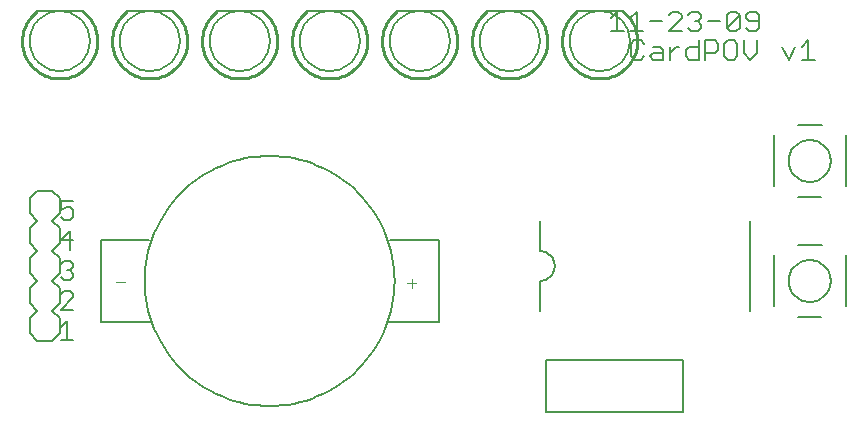
<source format=gto>
G75*
G70*
%OFA0B0*%
%FSLAX24Y24*%
%IPPOS*%
%LPD*%
%AMOC8*
5,1,8,0,0,1.08239X$1,22.5*
%
%ADD10C,0.0060*%
%ADD11C,0.0080*%
%ADD12C,0.0050*%
%ADD13C,0.0100*%
%ADD14C,0.0040*%
D10*
X002024Y003131D02*
X002451Y003131D01*
X002237Y003131D02*
X002237Y003771D01*
X002024Y003558D01*
X002024Y004131D02*
X002451Y004558D01*
X002451Y004665D01*
X002344Y004771D01*
X002131Y004771D01*
X002024Y004665D01*
X002131Y005131D02*
X002024Y005238D01*
X002131Y005131D02*
X002344Y005131D01*
X002451Y005238D01*
X002451Y005344D01*
X002344Y005451D01*
X002237Y005451D01*
X002344Y005451D02*
X002451Y005558D01*
X002451Y005665D01*
X002344Y005771D01*
X002131Y005771D01*
X002024Y005665D01*
X002344Y006131D02*
X002344Y006771D01*
X002024Y006451D01*
X002451Y006451D01*
X002344Y007131D02*
X002131Y007131D01*
X002024Y007238D01*
X002024Y007451D02*
X002237Y007558D01*
X002344Y007558D01*
X002451Y007451D01*
X002451Y007238D01*
X002344Y007131D01*
X002024Y007451D02*
X002024Y007771D01*
X002451Y007771D01*
X002451Y004131D02*
X002024Y004131D01*
X000994Y013101D02*
X000996Y013164D01*
X001002Y013226D01*
X001012Y013288D01*
X001025Y013350D01*
X001043Y013410D01*
X001064Y013469D01*
X001089Y013527D01*
X001118Y013583D01*
X001150Y013637D01*
X001185Y013689D01*
X001223Y013738D01*
X001265Y013786D01*
X001309Y013830D01*
X001357Y013872D01*
X001406Y013910D01*
X001458Y013945D01*
X001512Y013977D01*
X001568Y014006D01*
X001626Y014031D01*
X001685Y014052D01*
X001745Y014070D01*
X001807Y014083D01*
X001869Y014093D01*
X001931Y014099D01*
X001994Y014101D01*
X002057Y014099D01*
X002119Y014093D01*
X002181Y014083D01*
X002243Y014070D01*
X002303Y014052D01*
X002362Y014031D01*
X002420Y014006D01*
X002476Y013977D01*
X002530Y013945D01*
X002582Y013910D01*
X002631Y013872D01*
X002679Y013830D01*
X002723Y013786D01*
X002765Y013738D01*
X002803Y013689D01*
X002838Y013637D01*
X002870Y013583D01*
X002899Y013527D01*
X002924Y013469D01*
X002945Y013410D01*
X002963Y013350D01*
X002976Y013288D01*
X002986Y013226D01*
X002992Y013164D01*
X002994Y013101D01*
X002992Y013038D01*
X002986Y012976D01*
X002976Y012914D01*
X002963Y012852D01*
X002945Y012792D01*
X002924Y012733D01*
X002899Y012675D01*
X002870Y012619D01*
X002838Y012565D01*
X002803Y012513D01*
X002765Y012464D01*
X002723Y012416D01*
X002679Y012372D01*
X002631Y012330D01*
X002582Y012292D01*
X002530Y012257D01*
X002476Y012225D01*
X002420Y012196D01*
X002362Y012171D01*
X002303Y012150D01*
X002243Y012132D01*
X002181Y012119D01*
X002119Y012109D01*
X002057Y012103D01*
X001994Y012101D01*
X001931Y012103D01*
X001869Y012109D01*
X001807Y012119D01*
X001745Y012132D01*
X001685Y012150D01*
X001626Y012171D01*
X001568Y012196D01*
X001512Y012225D01*
X001458Y012257D01*
X001406Y012292D01*
X001357Y012330D01*
X001309Y012372D01*
X001265Y012416D01*
X001223Y012464D01*
X001185Y012513D01*
X001150Y012565D01*
X001118Y012619D01*
X001089Y012675D01*
X001064Y012733D01*
X001043Y012792D01*
X001025Y012852D01*
X001012Y012914D01*
X001002Y012976D01*
X000996Y013038D01*
X000994Y013101D01*
X003994Y013101D02*
X003996Y013164D01*
X004002Y013226D01*
X004012Y013288D01*
X004025Y013350D01*
X004043Y013410D01*
X004064Y013469D01*
X004089Y013527D01*
X004118Y013583D01*
X004150Y013637D01*
X004185Y013689D01*
X004223Y013738D01*
X004265Y013786D01*
X004309Y013830D01*
X004357Y013872D01*
X004406Y013910D01*
X004458Y013945D01*
X004512Y013977D01*
X004568Y014006D01*
X004626Y014031D01*
X004685Y014052D01*
X004745Y014070D01*
X004807Y014083D01*
X004869Y014093D01*
X004931Y014099D01*
X004994Y014101D01*
X005057Y014099D01*
X005119Y014093D01*
X005181Y014083D01*
X005243Y014070D01*
X005303Y014052D01*
X005362Y014031D01*
X005420Y014006D01*
X005476Y013977D01*
X005530Y013945D01*
X005582Y013910D01*
X005631Y013872D01*
X005679Y013830D01*
X005723Y013786D01*
X005765Y013738D01*
X005803Y013689D01*
X005838Y013637D01*
X005870Y013583D01*
X005899Y013527D01*
X005924Y013469D01*
X005945Y013410D01*
X005963Y013350D01*
X005976Y013288D01*
X005986Y013226D01*
X005992Y013164D01*
X005994Y013101D01*
X005992Y013038D01*
X005986Y012976D01*
X005976Y012914D01*
X005963Y012852D01*
X005945Y012792D01*
X005924Y012733D01*
X005899Y012675D01*
X005870Y012619D01*
X005838Y012565D01*
X005803Y012513D01*
X005765Y012464D01*
X005723Y012416D01*
X005679Y012372D01*
X005631Y012330D01*
X005582Y012292D01*
X005530Y012257D01*
X005476Y012225D01*
X005420Y012196D01*
X005362Y012171D01*
X005303Y012150D01*
X005243Y012132D01*
X005181Y012119D01*
X005119Y012109D01*
X005057Y012103D01*
X004994Y012101D01*
X004931Y012103D01*
X004869Y012109D01*
X004807Y012119D01*
X004745Y012132D01*
X004685Y012150D01*
X004626Y012171D01*
X004568Y012196D01*
X004512Y012225D01*
X004458Y012257D01*
X004406Y012292D01*
X004357Y012330D01*
X004309Y012372D01*
X004265Y012416D01*
X004223Y012464D01*
X004185Y012513D01*
X004150Y012565D01*
X004118Y012619D01*
X004089Y012675D01*
X004064Y012733D01*
X004043Y012792D01*
X004025Y012852D01*
X004012Y012914D01*
X004002Y012976D01*
X003996Y013038D01*
X003994Y013101D01*
X006994Y013101D02*
X006996Y013164D01*
X007002Y013226D01*
X007012Y013288D01*
X007025Y013350D01*
X007043Y013410D01*
X007064Y013469D01*
X007089Y013527D01*
X007118Y013583D01*
X007150Y013637D01*
X007185Y013689D01*
X007223Y013738D01*
X007265Y013786D01*
X007309Y013830D01*
X007357Y013872D01*
X007406Y013910D01*
X007458Y013945D01*
X007512Y013977D01*
X007568Y014006D01*
X007626Y014031D01*
X007685Y014052D01*
X007745Y014070D01*
X007807Y014083D01*
X007869Y014093D01*
X007931Y014099D01*
X007994Y014101D01*
X008057Y014099D01*
X008119Y014093D01*
X008181Y014083D01*
X008243Y014070D01*
X008303Y014052D01*
X008362Y014031D01*
X008420Y014006D01*
X008476Y013977D01*
X008530Y013945D01*
X008582Y013910D01*
X008631Y013872D01*
X008679Y013830D01*
X008723Y013786D01*
X008765Y013738D01*
X008803Y013689D01*
X008838Y013637D01*
X008870Y013583D01*
X008899Y013527D01*
X008924Y013469D01*
X008945Y013410D01*
X008963Y013350D01*
X008976Y013288D01*
X008986Y013226D01*
X008992Y013164D01*
X008994Y013101D01*
X008992Y013038D01*
X008986Y012976D01*
X008976Y012914D01*
X008963Y012852D01*
X008945Y012792D01*
X008924Y012733D01*
X008899Y012675D01*
X008870Y012619D01*
X008838Y012565D01*
X008803Y012513D01*
X008765Y012464D01*
X008723Y012416D01*
X008679Y012372D01*
X008631Y012330D01*
X008582Y012292D01*
X008530Y012257D01*
X008476Y012225D01*
X008420Y012196D01*
X008362Y012171D01*
X008303Y012150D01*
X008243Y012132D01*
X008181Y012119D01*
X008119Y012109D01*
X008057Y012103D01*
X007994Y012101D01*
X007931Y012103D01*
X007869Y012109D01*
X007807Y012119D01*
X007745Y012132D01*
X007685Y012150D01*
X007626Y012171D01*
X007568Y012196D01*
X007512Y012225D01*
X007458Y012257D01*
X007406Y012292D01*
X007357Y012330D01*
X007309Y012372D01*
X007265Y012416D01*
X007223Y012464D01*
X007185Y012513D01*
X007150Y012565D01*
X007118Y012619D01*
X007089Y012675D01*
X007064Y012733D01*
X007043Y012792D01*
X007025Y012852D01*
X007012Y012914D01*
X007002Y012976D01*
X006996Y013038D01*
X006994Y013101D01*
X009994Y013101D02*
X009996Y013164D01*
X010002Y013226D01*
X010012Y013288D01*
X010025Y013350D01*
X010043Y013410D01*
X010064Y013469D01*
X010089Y013527D01*
X010118Y013583D01*
X010150Y013637D01*
X010185Y013689D01*
X010223Y013738D01*
X010265Y013786D01*
X010309Y013830D01*
X010357Y013872D01*
X010406Y013910D01*
X010458Y013945D01*
X010512Y013977D01*
X010568Y014006D01*
X010626Y014031D01*
X010685Y014052D01*
X010745Y014070D01*
X010807Y014083D01*
X010869Y014093D01*
X010931Y014099D01*
X010994Y014101D01*
X011057Y014099D01*
X011119Y014093D01*
X011181Y014083D01*
X011243Y014070D01*
X011303Y014052D01*
X011362Y014031D01*
X011420Y014006D01*
X011476Y013977D01*
X011530Y013945D01*
X011582Y013910D01*
X011631Y013872D01*
X011679Y013830D01*
X011723Y013786D01*
X011765Y013738D01*
X011803Y013689D01*
X011838Y013637D01*
X011870Y013583D01*
X011899Y013527D01*
X011924Y013469D01*
X011945Y013410D01*
X011963Y013350D01*
X011976Y013288D01*
X011986Y013226D01*
X011992Y013164D01*
X011994Y013101D01*
X011992Y013038D01*
X011986Y012976D01*
X011976Y012914D01*
X011963Y012852D01*
X011945Y012792D01*
X011924Y012733D01*
X011899Y012675D01*
X011870Y012619D01*
X011838Y012565D01*
X011803Y012513D01*
X011765Y012464D01*
X011723Y012416D01*
X011679Y012372D01*
X011631Y012330D01*
X011582Y012292D01*
X011530Y012257D01*
X011476Y012225D01*
X011420Y012196D01*
X011362Y012171D01*
X011303Y012150D01*
X011243Y012132D01*
X011181Y012119D01*
X011119Y012109D01*
X011057Y012103D01*
X010994Y012101D01*
X010931Y012103D01*
X010869Y012109D01*
X010807Y012119D01*
X010745Y012132D01*
X010685Y012150D01*
X010626Y012171D01*
X010568Y012196D01*
X010512Y012225D01*
X010458Y012257D01*
X010406Y012292D01*
X010357Y012330D01*
X010309Y012372D01*
X010265Y012416D01*
X010223Y012464D01*
X010185Y012513D01*
X010150Y012565D01*
X010118Y012619D01*
X010089Y012675D01*
X010064Y012733D01*
X010043Y012792D01*
X010025Y012852D01*
X010012Y012914D01*
X010002Y012976D01*
X009996Y013038D01*
X009994Y013101D01*
X012994Y013101D02*
X012996Y013164D01*
X013002Y013226D01*
X013012Y013288D01*
X013025Y013350D01*
X013043Y013410D01*
X013064Y013469D01*
X013089Y013527D01*
X013118Y013583D01*
X013150Y013637D01*
X013185Y013689D01*
X013223Y013738D01*
X013265Y013786D01*
X013309Y013830D01*
X013357Y013872D01*
X013406Y013910D01*
X013458Y013945D01*
X013512Y013977D01*
X013568Y014006D01*
X013626Y014031D01*
X013685Y014052D01*
X013745Y014070D01*
X013807Y014083D01*
X013869Y014093D01*
X013931Y014099D01*
X013994Y014101D01*
X014057Y014099D01*
X014119Y014093D01*
X014181Y014083D01*
X014243Y014070D01*
X014303Y014052D01*
X014362Y014031D01*
X014420Y014006D01*
X014476Y013977D01*
X014530Y013945D01*
X014582Y013910D01*
X014631Y013872D01*
X014679Y013830D01*
X014723Y013786D01*
X014765Y013738D01*
X014803Y013689D01*
X014838Y013637D01*
X014870Y013583D01*
X014899Y013527D01*
X014924Y013469D01*
X014945Y013410D01*
X014963Y013350D01*
X014976Y013288D01*
X014986Y013226D01*
X014992Y013164D01*
X014994Y013101D01*
X014992Y013038D01*
X014986Y012976D01*
X014976Y012914D01*
X014963Y012852D01*
X014945Y012792D01*
X014924Y012733D01*
X014899Y012675D01*
X014870Y012619D01*
X014838Y012565D01*
X014803Y012513D01*
X014765Y012464D01*
X014723Y012416D01*
X014679Y012372D01*
X014631Y012330D01*
X014582Y012292D01*
X014530Y012257D01*
X014476Y012225D01*
X014420Y012196D01*
X014362Y012171D01*
X014303Y012150D01*
X014243Y012132D01*
X014181Y012119D01*
X014119Y012109D01*
X014057Y012103D01*
X013994Y012101D01*
X013931Y012103D01*
X013869Y012109D01*
X013807Y012119D01*
X013745Y012132D01*
X013685Y012150D01*
X013626Y012171D01*
X013568Y012196D01*
X013512Y012225D01*
X013458Y012257D01*
X013406Y012292D01*
X013357Y012330D01*
X013309Y012372D01*
X013265Y012416D01*
X013223Y012464D01*
X013185Y012513D01*
X013150Y012565D01*
X013118Y012619D01*
X013089Y012675D01*
X013064Y012733D01*
X013043Y012792D01*
X013025Y012852D01*
X013012Y012914D01*
X013002Y012976D01*
X012996Y013038D01*
X012994Y013101D01*
X015994Y013101D02*
X015996Y013164D01*
X016002Y013226D01*
X016012Y013288D01*
X016025Y013350D01*
X016043Y013410D01*
X016064Y013469D01*
X016089Y013527D01*
X016118Y013583D01*
X016150Y013637D01*
X016185Y013689D01*
X016223Y013738D01*
X016265Y013786D01*
X016309Y013830D01*
X016357Y013872D01*
X016406Y013910D01*
X016458Y013945D01*
X016512Y013977D01*
X016568Y014006D01*
X016626Y014031D01*
X016685Y014052D01*
X016745Y014070D01*
X016807Y014083D01*
X016869Y014093D01*
X016931Y014099D01*
X016994Y014101D01*
X017057Y014099D01*
X017119Y014093D01*
X017181Y014083D01*
X017243Y014070D01*
X017303Y014052D01*
X017362Y014031D01*
X017420Y014006D01*
X017476Y013977D01*
X017530Y013945D01*
X017582Y013910D01*
X017631Y013872D01*
X017679Y013830D01*
X017723Y013786D01*
X017765Y013738D01*
X017803Y013689D01*
X017838Y013637D01*
X017870Y013583D01*
X017899Y013527D01*
X017924Y013469D01*
X017945Y013410D01*
X017963Y013350D01*
X017976Y013288D01*
X017986Y013226D01*
X017992Y013164D01*
X017994Y013101D01*
X017992Y013038D01*
X017986Y012976D01*
X017976Y012914D01*
X017963Y012852D01*
X017945Y012792D01*
X017924Y012733D01*
X017899Y012675D01*
X017870Y012619D01*
X017838Y012565D01*
X017803Y012513D01*
X017765Y012464D01*
X017723Y012416D01*
X017679Y012372D01*
X017631Y012330D01*
X017582Y012292D01*
X017530Y012257D01*
X017476Y012225D01*
X017420Y012196D01*
X017362Y012171D01*
X017303Y012150D01*
X017243Y012132D01*
X017181Y012119D01*
X017119Y012109D01*
X017057Y012103D01*
X016994Y012101D01*
X016931Y012103D01*
X016869Y012109D01*
X016807Y012119D01*
X016745Y012132D01*
X016685Y012150D01*
X016626Y012171D01*
X016568Y012196D01*
X016512Y012225D01*
X016458Y012257D01*
X016406Y012292D01*
X016357Y012330D01*
X016309Y012372D01*
X016265Y012416D01*
X016223Y012464D01*
X016185Y012513D01*
X016150Y012565D01*
X016118Y012619D01*
X016089Y012675D01*
X016064Y012733D01*
X016043Y012792D01*
X016025Y012852D01*
X016012Y012914D01*
X016002Y012976D01*
X015996Y013038D01*
X015994Y013101D01*
X018994Y013101D02*
X018996Y013164D01*
X019002Y013226D01*
X019012Y013288D01*
X019025Y013350D01*
X019043Y013410D01*
X019064Y013469D01*
X019089Y013527D01*
X019118Y013583D01*
X019150Y013637D01*
X019185Y013689D01*
X019223Y013738D01*
X019265Y013786D01*
X019309Y013830D01*
X019357Y013872D01*
X019406Y013910D01*
X019458Y013945D01*
X019512Y013977D01*
X019568Y014006D01*
X019626Y014031D01*
X019685Y014052D01*
X019745Y014070D01*
X019807Y014083D01*
X019869Y014093D01*
X019931Y014099D01*
X019994Y014101D01*
X020057Y014099D01*
X020119Y014093D01*
X020181Y014083D01*
X020243Y014070D01*
X020303Y014052D01*
X020362Y014031D01*
X020420Y014006D01*
X020476Y013977D01*
X020530Y013945D01*
X020582Y013910D01*
X020631Y013872D01*
X020679Y013830D01*
X020723Y013786D01*
X020765Y013738D01*
X020803Y013689D01*
X020838Y013637D01*
X020870Y013583D01*
X020899Y013527D01*
X020924Y013469D01*
X020945Y013410D01*
X020963Y013350D01*
X020976Y013288D01*
X020986Y013226D01*
X020992Y013164D01*
X020994Y013101D01*
X020992Y013038D01*
X020986Y012976D01*
X020976Y012914D01*
X020963Y012852D01*
X020945Y012792D01*
X020924Y012733D01*
X020899Y012675D01*
X020870Y012619D01*
X020838Y012565D01*
X020803Y012513D01*
X020765Y012464D01*
X020723Y012416D01*
X020679Y012372D01*
X020631Y012330D01*
X020582Y012292D01*
X020530Y012257D01*
X020476Y012225D01*
X020420Y012196D01*
X020362Y012171D01*
X020303Y012150D01*
X020243Y012132D01*
X020181Y012119D01*
X020119Y012109D01*
X020057Y012103D01*
X019994Y012101D01*
X019931Y012103D01*
X019869Y012109D01*
X019807Y012119D01*
X019745Y012132D01*
X019685Y012150D01*
X019626Y012171D01*
X019568Y012196D01*
X019512Y012225D01*
X019458Y012257D01*
X019406Y012292D01*
X019357Y012330D01*
X019309Y012372D01*
X019265Y012416D01*
X019223Y012464D01*
X019185Y012513D01*
X019150Y012565D01*
X019118Y012619D01*
X019089Y012675D01*
X019064Y012733D01*
X019043Y012792D01*
X019025Y012852D01*
X019012Y012914D01*
X019002Y012976D01*
X018996Y013038D01*
X018994Y013101D01*
X020367Y013431D02*
X020794Y013431D01*
X020581Y013431D02*
X020581Y014071D01*
X020367Y013858D01*
X021012Y013858D02*
X021226Y014071D01*
X021226Y013431D01*
X021439Y013431D02*
X021012Y013431D01*
X021143Y013121D02*
X021036Y013015D01*
X021036Y012588D01*
X021143Y012481D01*
X021356Y012481D01*
X021463Y012588D01*
X021680Y012588D02*
X021787Y012694D01*
X022107Y012694D01*
X022107Y012801D02*
X022001Y012908D01*
X021787Y012908D01*
X021463Y013015D02*
X021356Y013121D01*
X021143Y013121D01*
X021680Y012588D02*
X021787Y012481D01*
X022107Y012481D01*
X022107Y012801D01*
X022325Y012694D02*
X022538Y012908D01*
X022645Y012908D01*
X022862Y012801D02*
X022969Y012908D01*
X023289Y012908D01*
X023289Y013121D02*
X023289Y012481D01*
X022969Y012481D01*
X022862Y012588D01*
X022862Y012801D01*
X022325Y012908D02*
X022325Y012481D01*
X023506Y012481D02*
X023506Y013121D01*
X023827Y013121D01*
X023933Y013015D01*
X023933Y012801D01*
X023827Y012694D01*
X023506Y012694D01*
X024151Y012588D02*
X024151Y013015D01*
X024258Y013121D01*
X024471Y013121D01*
X024578Y013015D01*
X024578Y012588D01*
X024471Y012481D01*
X024258Y012481D01*
X024151Y012588D01*
X024796Y012694D02*
X024796Y013121D01*
X025223Y013121D02*
X025223Y012694D01*
X025009Y012481D01*
X024796Y012694D01*
X024986Y013431D02*
X025199Y013431D01*
X025306Y013538D01*
X025306Y013965D01*
X025199Y014071D01*
X024986Y014071D01*
X024879Y013965D01*
X024879Y013858D01*
X024986Y013751D01*
X025306Y013751D01*
X024986Y013431D02*
X024879Y013538D01*
X024662Y013538D02*
X024555Y013431D01*
X024341Y013431D01*
X024235Y013538D01*
X024662Y013965D01*
X024662Y013538D01*
X024235Y013538D02*
X024235Y013965D01*
X024341Y014071D01*
X024555Y014071D01*
X024662Y013965D01*
X024017Y013751D02*
X023590Y013751D01*
X023373Y013644D02*
X023373Y013538D01*
X023266Y013431D01*
X023052Y013431D01*
X022946Y013538D01*
X022728Y013431D02*
X022301Y013431D01*
X022728Y013858D01*
X022728Y013965D01*
X022621Y014071D01*
X022408Y014071D01*
X022301Y013965D01*
X022084Y013751D02*
X021657Y013751D01*
X022946Y013965D02*
X023052Y014071D01*
X023266Y014071D01*
X023373Y013965D01*
X023373Y013858D01*
X023266Y013751D01*
X023373Y013644D01*
X023266Y013751D02*
X023159Y013751D01*
X026085Y012908D02*
X026298Y012481D01*
X026512Y012908D01*
X026729Y012908D02*
X026943Y013121D01*
X026943Y012481D01*
X027156Y012481D02*
X026729Y012481D01*
D11*
X001244Y003101D02*
X000994Y003351D01*
X000994Y003851D01*
X001244Y004101D01*
X000994Y004351D01*
X000994Y004851D01*
X001244Y005101D01*
X000994Y005351D01*
X000994Y005851D01*
X001244Y006101D01*
X000994Y006351D01*
X000994Y006851D01*
X001244Y007101D01*
X000994Y007351D01*
X000994Y007851D01*
X001244Y008101D01*
X001744Y008101D01*
X001994Y007851D01*
X001994Y007351D01*
X001744Y007101D01*
X001994Y006851D01*
X001994Y006351D01*
X001744Y006101D01*
X001994Y005851D01*
X001994Y005351D01*
X001744Y005101D01*
X001994Y004851D01*
X001994Y004351D01*
X001744Y004101D01*
X001994Y003851D01*
X001994Y003351D01*
X001744Y003101D01*
X001244Y003101D01*
X018204Y002457D02*
X018204Y000744D01*
X022783Y000744D01*
X022783Y002457D01*
X018204Y002457D01*
X025794Y004251D02*
X025794Y005951D01*
X026594Y006301D02*
X027399Y006301D01*
X028194Y005951D02*
X028194Y004251D01*
X027387Y003901D02*
X026594Y003901D01*
X026294Y005101D02*
X026296Y005153D01*
X026302Y005205D01*
X026312Y005257D01*
X026325Y005307D01*
X026342Y005357D01*
X026363Y005405D01*
X026388Y005451D01*
X026416Y005495D01*
X026447Y005537D01*
X026481Y005577D01*
X026518Y005614D01*
X026558Y005648D01*
X026600Y005679D01*
X026644Y005707D01*
X026690Y005732D01*
X026738Y005753D01*
X026788Y005770D01*
X026838Y005783D01*
X026890Y005793D01*
X026942Y005799D01*
X026994Y005801D01*
X027046Y005799D01*
X027098Y005793D01*
X027150Y005783D01*
X027200Y005770D01*
X027250Y005753D01*
X027298Y005732D01*
X027344Y005707D01*
X027388Y005679D01*
X027430Y005648D01*
X027470Y005614D01*
X027507Y005577D01*
X027541Y005537D01*
X027572Y005495D01*
X027600Y005451D01*
X027625Y005405D01*
X027646Y005357D01*
X027663Y005307D01*
X027676Y005257D01*
X027686Y005205D01*
X027692Y005153D01*
X027694Y005101D01*
X027692Y005049D01*
X027686Y004997D01*
X027676Y004945D01*
X027663Y004895D01*
X027646Y004845D01*
X027625Y004797D01*
X027600Y004751D01*
X027572Y004707D01*
X027541Y004665D01*
X027507Y004625D01*
X027470Y004588D01*
X027430Y004554D01*
X027388Y004523D01*
X027344Y004495D01*
X027298Y004470D01*
X027250Y004449D01*
X027200Y004432D01*
X027150Y004419D01*
X027098Y004409D01*
X027046Y004403D01*
X026994Y004401D01*
X026942Y004403D01*
X026890Y004409D01*
X026838Y004419D01*
X026788Y004432D01*
X026738Y004449D01*
X026690Y004470D01*
X026644Y004495D01*
X026600Y004523D01*
X026558Y004554D01*
X026518Y004588D01*
X026481Y004625D01*
X026447Y004665D01*
X026416Y004707D01*
X026388Y004751D01*
X026363Y004797D01*
X026342Y004845D01*
X026325Y004895D01*
X026312Y004945D01*
X026302Y004997D01*
X026296Y005049D01*
X026294Y005101D01*
X026594Y007901D02*
X027387Y007901D01*
X028194Y008251D02*
X028194Y009951D01*
X027399Y010301D02*
X026594Y010301D01*
X025794Y009951D02*
X025794Y008251D01*
X026294Y009101D02*
X026296Y009153D01*
X026302Y009205D01*
X026312Y009257D01*
X026325Y009307D01*
X026342Y009357D01*
X026363Y009405D01*
X026388Y009451D01*
X026416Y009495D01*
X026447Y009537D01*
X026481Y009577D01*
X026518Y009614D01*
X026558Y009648D01*
X026600Y009679D01*
X026644Y009707D01*
X026690Y009732D01*
X026738Y009753D01*
X026788Y009770D01*
X026838Y009783D01*
X026890Y009793D01*
X026942Y009799D01*
X026994Y009801D01*
X027046Y009799D01*
X027098Y009793D01*
X027150Y009783D01*
X027200Y009770D01*
X027250Y009753D01*
X027298Y009732D01*
X027344Y009707D01*
X027388Y009679D01*
X027430Y009648D01*
X027470Y009614D01*
X027507Y009577D01*
X027541Y009537D01*
X027572Y009495D01*
X027600Y009451D01*
X027625Y009405D01*
X027646Y009357D01*
X027663Y009307D01*
X027676Y009257D01*
X027686Y009205D01*
X027692Y009153D01*
X027694Y009101D01*
X027692Y009049D01*
X027686Y008997D01*
X027676Y008945D01*
X027663Y008895D01*
X027646Y008845D01*
X027625Y008797D01*
X027600Y008751D01*
X027572Y008707D01*
X027541Y008665D01*
X027507Y008625D01*
X027470Y008588D01*
X027430Y008554D01*
X027388Y008523D01*
X027344Y008495D01*
X027298Y008470D01*
X027250Y008449D01*
X027200Y008432D01*
X027150Y008419D01*
X027098Y008409D01*
X027046Y008403D01*
X026994Y008401D01*
X026942Y008403D01*
X026890Y008409D01*
X026838Y008419D01*
X026788Y008432D01*
X026738Y008449D01*
X026690Y008470D01*
X026644Y008495D01*
X026600Y008523D01*
X026558Y008554D01*
X026518Y008588D01*
X026481Y008625D01*
X026447Y008665D01*
X026416Y008707D01*
X026388Y008751D01*
X026363Y008797D01*
X026342Y008845D01*
X026325Y008895D01*
X026312Y008945D01*
X026302Y008997D01*
X026296Y009049D01*
X026294Y009101D01*
X020744Y014101D02*
X019244Y014101D01*
X017744Y014101D02*
X016244Y014101D01*
X014744Y014101D02*
X013244Y014101D01*
X011744Y014101D02*
X010244Y014101D01*
X008744Y014101D02*
X007244Y014101D01*
X005744Y014101D02*
X004244Y014101D01*
X002744Y014101D02*
X001244Y014101D01*
D12*
X003364Y006479D02*
X003364Y003723D01*
X005057Y003723D01*
X004830Y005101D02*
X004835Y005305D01*
X004850Y005509D01*
X004875Y005712D01*
X004910Y005913D01*
X004955Y006113D01*
X005009Y006310D01*
X005073Y006504D01*
X005147Y006694D01*
X005230Y006881D01*
X005322Y007064D01*
X005422Y007242D01*
X005532Y007414D01*
X005649Y007581D01*
X005775Y007743D01*
X005909Y007897D01*
X006050Y008045D01*
X006198Y008186D01*
X006352Y008320D01*
X006514Y008446D01*
X006681Y008563D01*
X006853Y008673D01*
X007031Y008773D01*
X007214Y008865D01*
X007401Y008948D01*
X007591Y009022D01*
X007785Y009086D01*
X007982Y009140D01*
X008182Y009185D01*
X008383Y009220D01*
X008586Y009245D01*
X008790Y009260D01*
X008994Y009265D01*
X009198Y009260D01*
X009402Y009245D01*
X009605Y009220D01*
X009806Y009185D01*
X010006Y009140D01*
X010203Y009086D01*
X010397Y009022D01*
X010587Y008948D01*
X010774Y008865D01*
X010957Y008773D01*
X011135Y008673D01*
X011307Y008563D01*
X011474Y008446D01*
X011636Y008320D01*
X011790Y008186D01*
X011938Y008045D01*
X012079Y007897D01*
X012213Y007743D01*
X012339Y007581D01*
X012456Y007414D01*
X012566Y007242D01*
X012666Y007064D01*
X012758Y006881D01*
X012841Y006694D01*
X012915Y006504D01*
X012979Y006310D01*
X013033Y006113D01*
X013078Y005913D01*
X013113Y005712D01*
X013138Y005509D01*
X013153Y005305D01*
X013158Y005101D01*
X013153Y004897D01*
X013138Y004693D01*
X013113Y004490D01*
X013078Y004289D01*
X013033Y004089D01*
X012979Y003892D01*
X012915Y003698D01*
X012841Y003508D01*
X012758Y003321D01*
X012666Y003138D01*
X012566Y002960D01*
X012456Y002788D01*
X012339Y002621D01*
X012213Y002459D01*
X012079Y002305D01*
X011938Y002157D01*
X011790Y002016D01*
X011636Y001882D01*
X011474Y001756D01*
X011307Y001639D01*
X011135Y001529D01*
X010957Y001429D01*
X010774Y001337D01*
X010587Y001254D01*
X010397Y001180D01*
X010203Y001116D01*
X010006Y001062D01*
X009806Y001017D01*
X009605Y000982D01*
X009402Y000957D01*
X009198Y000942D01*
X008994Y000937D01*
X008790Y000942D01*
X008586Y000957D01*
X008383Y000982D01*
X008182Y001017D01*
X007982Y001062D01*
X007785Y001116D01*
X007591Y001180D01*
X007401Y001254D01*
X007214Y001337D01*
X007031Y001429D01*
X006853Y001529D01*
X006681Y001639D01*
X006514Y001756D01*
X006352Y001882D01*
X006198Y002016D01*
X006050Y002157D01*
X005909Y002305D01*
X005775Y002459D01*
X005649Y002621D01*
X005532Y002788D01*
X005422Y002960D01*
X005322Y003138D01*
X005230Y003321D01*
X005147Y003508D01*
X005073Y003698D01*
X005009Y003892D01*
X004955Y004089D01*
X004910Y004289D01*
X004875Y004490D01*
X004850Y004693D01*
X004835Y004897D01*
X004830Y005101D01*
X004978Y006479D02*
X003364Y006479D01*
X012931Y003723D02*
X014624Y003723D01*
X014624Y006479D01*
X013010Y006479D01*
X017994Y006101D02*
X017994Y007101D01*
X017994Y006101D02*
X018038Y006099D01*
X018081Y006093D01*
X018123Y006084D01*
X018165Y006071D01*
X018205Y006054D01*
X018244Y006034D01*
X018281Y006011D01*
X018315Y005984D01*
X018348Y005955D01*
X018377Y005922D01*
X018404Y005888D01*
X018427Y005851D01*
X018447Y005812D01*
X018464Y005772D01*
X018477Y005730D01*
X018486Y005688D01*
X018492Y005645D01*
X018494Y005601D01*
X018492Y005557D01*
X018486Y005514D01*
X018477Y005472D01*
X018464Y005430D01*
X018447Y005390D01*
X018427Y005351D01*
X018404Y005314D01*
X018377Y005280D01*
X018348Y005247D01*
X018315Y005218D01*
X018281Y005191D01*
X018244Y005168D01*
X018205Y005148D01*
X018165Y005131D01*
X018123Y005118D01*
X018081Y005109D01*
X018038Y005103D01*
X017994Y005101D01*
X017994Y004101D01*
X024994Y004101D02*
X024994Y007101D01*
D13*
X020744Y014101D02*
X020798Y014058D01*
X020850Y014012D01*
X020899Y013963D01*
X020946Y013911D01*
X020989Y013857D01*
X021030Y013801D01*
X021067Y013742D01*
X021101Y013682D01*
X021131Y013619D01*
X021158Y013556D01*
X021182Y013490D01*
X021202Y013424D01*
X021218Y013356D01*
X021230Y013288D01*
X021238Y013219D01*
X021243Y013150D01*
X021244Y013080D01*
X021241Y013011D01*
X021234Y012942D01*
X021223Y012874D01*
X021209Y012806D01*
X021190Y012739D01*
X021168Y012673D01*
X021143Y012608D01*
X021114Y012545D01*
X021081Y012484D01*
X021045Y012425D01*
X021006Y012368D01*
X020964Y012312D01*
X020919Y012260D01*
X020871Y012210D01*
X020820Y012163D01*
X020766Y012118D01*
X020711Y012077D01*
X020653Y012039D01*
X020593Y012004D01*
X020531Y011972D01*
X020468Y011944D01*
X020403Y011920D01*
X020337Y011899D01*
X020269Y011882D01*
X020201Y011868D01*
X020132Y011859D01*
X020063Y011853D01*
X019994Y011851D01*
X019925Y011853D01*
X019856Y011859D01*
X019787Y011868D01*
X019719Y011882D01*
X019651Y011899D01*
X019585Y011920D01*
X019520Y011944D01*
X019457Y011972D01*
X019395Y012004D01*
X019335Y012039D01*
X019277Y012077D01*
X019222Y012118D01*
X019168Y012163D01*
X019117Y012210D01*
X019069Y012260D01*
X019024Y012312D01*
X018982Y012368D01*
X018943Y012425D01*
X018907Y012484D01*
X018874Y012545D01*
X018845Y012608D01*
X018820Y012673D01*
X018798Y012739D01*
X018779Y012806D01*
X018765Y012874D01*
X018754Y012942D01*
X018747Y013011D01*
X018744Y013080D01*
X018745Y013150D01*
X018750Y013219D01*
X018758Y013288D01*
X018770Y013356D01*
X018786Y013424D01*
X018806Y013490D01*
X018830Y013556D01*
X018857Y013619D01*
X018887Y013682D01*
X018921Y013742D01*
X018958Y013801D01*
X018999Y013857D01*
X019042Y013911D01*
X019089Y013963D01*
X019138Y014012D01*
X019190Y014058D01*
X019244Y014101D01*
X017744Y014101D02*
X017798Y014058D01*
X017850Y014012D01*
X017899Y013963D01*
X017946Y013911D01*
X017989Y013857D01*
X018030Y013801D01*
X018067Y013742D01*
X018101Y013682D01*
X018131Y013619D01*
X018158Y013556D01*
X018182Y013490D01*
X018202Y013424D01*
X018218Y013356D01*
X018230Y013288D01*
X018238Y013219D01*
X018243Y013150D01*
X018244Y013080D01*
X018241Y013011D01*
X018234Y012942D01*
X018223Y012874D01*
X018209Y012806D01*
X018190Y012739D01*
X018168Y012673D01*
X018143Y012608D01*
X018114Y012545D01*
X018081Y012484D01*
X018045Y012425D01*
X018006Y012368D01*
X017964Y012312D01*
X017919Y012260D01*
X017871Y012210D01*
X017820Y012163D01*
X017766Y012118D01*
X017711Y012077D01*
X017653Y012039D01*
X017593Y012004D01*
X017531Y011972D01*
X017468Y011944D01*
X017403Y011920D01*
X017337Y011899D01*
X017269Y011882D01*
X017201Y011868D01*
X017132Y011859D01*
X017063Y011853D01*
X016994Y011851D01*
X016925Y011853D01*
X016856Y011859D01*
X016787Y011868D01*
X016719Y011882D01*
X016651Y011899D01*
X016585Y011920D01*
X016520Y011944D01*
X016457Y011972D01*
X016395Y012004D01*
X016335Y012039D01*
X016277Y012077D01*
X016222Y012118D01*
X016168Y012163D01*
X016117Y012210D01*
X016069Y012260D01*
X016024Y012312D01*
X015982Y012368D01*
X015943Y012425D01*
X015907Y012484D01*
X015874Y012545D01*
X015845Y012608D01*
X015820Y012673D01*
X015798Y012739D01*
X015779Y012806D01*
X015765Y012874D01*
X015754Y012942D01*
X015747Y013011D01*
X015744Y013080D01*
X015745Y013150D01*
X015750Y013219D01*
X015758Y013288D01*
X015770Y013356D01*
X015786Y013424D01*
X015806Y013490D01*
X015830Y013556D01*
X015857Y013619D01*
X015887Y013682D01*
X015921Y013742D01*
X015958Y013801D01*
X015999Y013857D01*
X016042Y013911D01*
X016089Y013963D01*
X016138Y014012D01*
X016190Y014058D01*
X016244Y014101D01*
X014744Y014101D02*
X014798Y014058D01*
X014850Y014012D01*
X014899Y013963D01*
X014946Y013911D01*
X014989Y013857D01*
X015030Y013801D01*
X015067Y013742D01*
X015101Y013682D01*
X015131Y013619D01*
X015158Y013556D01*
X015182Y013490D01*
X015202Y013424D01*
X015218Y013356D01*
X015230Y013288D01*
X015238Y013219D01*
X015243Y013150D01*
X015244Y013080D01*
X015241Y013011D01*
X015234Y012942D01*
X015223Y012874D01*
X015209Y012806D01*
X015190Y012739D01*
X015168Y012673D01*
X015143Y012608D01*
X015114Y012545D01*
X015081Y012484D01*
X015045Y012425D01*
X015006Y012368D01*
X014964Y012312D01*
X014919Y012260D01*
X014871Y012210D01*
X014820Y012163D01*
X014766Y012118D01*
X014711Y012077D01*
X014653Y012039D01*
X014593Y012004D01*
X014531Y011972D01*
X014468Y011944D01*
X014403Y011920D01*
X014337Y011899D01*
X014269Y011882D01*
X014201Y011868D01*
X014132Y011859D01*
X014063Y011853D01*
X013994Y011851D01*
X013925Y011853D01*
X013856Y011859D01*
X013787Y011868D01*
X013719Y011882D01*
X013651Y011899D01*
X013585Y011920D01*
X013520Y011944D01*
X013457Y011972D01*
X013395Y012004D01*
X013335Y012039D01*
X013277Y012077D01*
X013222Y012118D01*
X013168Y012163D01*
X013117Y012210D01*
X013069Y012260D01*
X013024Y012312D01*
X012982Y012368D01*
X012943Y012425D01*
X012907Y012484D01*
X012874Y012545D01*
X012845Y012608D01*
X012820Y012673D01*
X012798Y012739D01*
X012779Y012806D01*
X012765Y012874D01*
X012754Y012942D01*
X012747Y013011D01*
X012744Y013080D01*
X012745Y013150D01*
X012750Y013219D01*
X012758Y013288D01*
X012770Y013356D01*
X012786Y013424D01*
X012806Y013490D01*
X012830Y013556D01*
X012857Y013619D01*
X012887Y013682D01*
X012921Y013742D01*
X012958Y013801D01*
X012999Y013857D01*
X013042Y013911D01*
X013089Y013963D01*
X013138Y014012D01*
X013190Y014058D01*
X013244Y014101D01*
X011744Y014101D02*
X011798Y014058D01*
X011850Y014012D01*
X011899Y013963D01*
X011946Y013911D01*
X011989Y013857D01*
X012030Y013801D01*
X012067Y013742D01*
X012101Y013682D01*
X012131Y013619D01*
X012158Y013556D01*
X012182Y013490D01*
X012202Y013424D01*
X012218Y013356D01*
X012230Y013288D01*
X012238Y013219D01*
X012243Y013150D01*
X012244Y013080D01*
X012241Y013011D01*
X012234Y012942D01*
X012223Y012874D01*
X012209Y012806D01*
X012190Y012739D01*
X012168Y012673D01*
X012143Y012608D01*
X012114Y012545D01*
X012081Y012484D01*
X012045Y012425D01*
X012006Y012368D01*
X011964Y012312D01*
X011919Y012260D01*
X011871Y012210D01*
X011820Y012163D01*
X011766Y012118D01*
X011711Y012077D01*
X011653Y012039D01*
X011593Y012004D01*
X011531Y011972D01*
X011468Y011944D01*
X011403Y011920D01*
X011337Y011899D01*
X011269Y011882D01*
X011201Y011868D01*
X011132Y011859D01*
X011063Y011853D01*
X010994Y011851D01*
X010925Y011853D01*
X010856Y011859D01*
X010787Y011868D01*
X010719Y011882D01*
X010651Y011899D01*
X010585Y011920D01*
X010520Y011944D01*
X010457Y011972D01*
X010395Y012004D01*
X010335Y012039D01*
X010277Y012077D01*
X010222Y012118D01*
X010168Y012163D01*
X010117Y012210D01*
X010069Y012260D01*
X010024Y012312D01*
X009982Y012368D01*
X009943Y012425D01*
X009907Y012484D01*
X009874Y012545D01*
X009845Y012608D01*
X009820Y012673D01*
X009798Y012739D01*
X009779Y012806D01*
X009765Y012874D01*
X009754Y012942D01*
X009747Y013011D01*
X009744Y013080D01*
X009745Y013150D01*
X009750Y013219D01*
X009758Y013288D01*
X009770Y013356D01*
X009786Y013424D01*
X009806Y013490D01*
X009830Y013556D01*
X009857Y013619D01*
X009887Y013682D01*
X009921Y013742D01*
X009958Y013801D01*
X009999Y013857D01*
X010042Y013911D01*
X010089Y013963D01*
X010138Y014012D01*
X010190Y014058D01*
X010244Y014101D01*
X008744Y014101D02*
X008798Y014058D01*
X008850Y014012D01*
X008899Y013963D01*
X008946Y013911D01*
X008989Y013857D01*
X009030Y013801D01*
X009067Y013742D01*
X009101Y013682D01*
X009131Y013619D01*
X009158Y013556D01*
X009182Y013490D01*
X009202Y013424D01*
X009218Y013356D01*
X009230Y013288D01*
X009238Y013219D01*
X009243Y013150D01*
X009244Y013080D01*
X009241Y013011D01*
X009234Y012942D01*
X009223Y012874D01*
X009209Y012806D01*
X009190Y012739D01*
X009168Y012673D01*
X009143Y012608D01*
X009114Y012545D01*
X009081Y012484D01*
X009045Y012425D01*
X009006Y012368D01*
X008964Y012312D01*
X008919Y012260D01*
X008871Y012210D01*
X008820Y012163D01*
X008766Y012118D01*
X008711Y012077D01*
X008653Y012039D01*
X008593Y012004D01*
X008531Y011972D01*
X008468Y011944D01*
X008403Y011920D01*
X008337Y011899D01*
X008269Y011882D01*
X008201Y011868D01*
X008132Y011859D01*
X008063Y011853D01*
X007994Y011851D01*
X007925Y011853D01*
X007856Y011859D01*
X007787Y011868D01*
X007719Y011882D01*
X007651Y011899D01*
X007585Y011920D01*
X007520Y011944D01*
X007457Y011972D01*
X007395Y012004D01*
X007335Y012039D01*
X007277Y012077D01*
X007222Y012118D01*
X007168Y012163D01*
X007117Y012210D01*
X007069Y012260D01*
X007024Y012312D01*
X006982Y012368D01*
X006943Y012425D01*
X006907Y012484D01*
X006874Y012545D01*
X006845Y012608D01*
X006820Y012673D01*
X006798Y012739D01*
X006779Y012806D01*
X006765Y012874D01*
X006754Y012942D01*
X006747Y013011D01*
X006744Y013080D01*
X006745Y013150D01*
X006750Y013219D01*
X006758Y013288D01*
X006770Y013356D01*
X006786Y013424D01*
X006806Y013490D01*
X006830Y013556D01*
X006857Y013619D01*
X006887Y013682D01*
X006921Y013742D01*
X006958Y013801D01*
X006999Y013857D01*
X007042Y013911D01*
X007089Y013963D01*
X007138Y014012D01*
X007190Y014058D01*
X007244Y014101D01*
X005744Y014101D02*
X005798Y014058D01*
X005850Y014012D01*
X005899Y013963D01*
X005946Y013911D01*
X005989Y013857D01*
X006030Y013801D01*
X006067Y013742D01*
X006101Y013682D01*
X006131Y013619D01*
X006158Y013556D01*
X006182Y013490D01*
X006202Y013424D01*
X006218Y013356D01*
X006230Y013288D01*
X006238Y013219D01*
X006243Y013150D01*
X006244Y013080D01*
X006241Y013011D01*
X006234Y012942D01*
X006223Y012874D01*
X006209Y012806D01*
X006190Y012739D01*
X006168Y012673D01*
X006143Y012608D01*
X006114Y012545D01*
X006081Y012484D01*
X006045Y012425D01*
X006006Y012368D01*
X005964Y012312D01*
X005919Y012260D01*
X005871Y012210D01*
X005820Y012163D01*
X005766Y012118D01*
X005711Y012077D01*
X005653Y012039D01*
X005593Y012004D01*
X005531Y011972D01*
X005468Y011944D01*
X005403Y011920D01*
X005337Y011899D01*
X005269Y011882D01*
X005201Y011868D01*
X005132Y011859D01*
X005063Y011853D01*
X004994Y011851D01*
X004925Y011853D01*
X004856Y011859D01*
X004787Y011868D01*
X004719Y011882D01*
X004651Y011899D01*
X004585Y011920D01*
X004520Y011944D01*
X004457Y011972D01*
X004395Y012004D01*
X004335Y012039D01*
X004277Y012077D01*
X004222Y012118D01*
X004168Y012163D01*
X004117Y012210D01*
X004069Y012260D01*
X004024Y012312D01*
X003982Y012368D01*
X003943Y012425D01*
X003907Y012484D01*
X003874Y012545D01*
X003845Y012608D01*
X003820Y012673D01*
X003798Y012739D01*
X003779Y012806D01*
X003765Y012874D01*
X003754Y012942D01*
X003747Y013011D01*
X003744Y013080D01*
X003745Y013150D01*
X003750Y013219D01*
X003758Y013288D01*
X003770Y013356D01*
X003786Y013424D01*
X003806Y013490D01*
X003830Y013556D01*
X003857Y013619D01*
X003887Y013682D01*
X003921Y013742D01*
X003958Y013801D01*
X003999Y013857D01*
X004042Y013911D01*
X004089Y013963D01*
X004138Y014012D01*
X004190Y014058D01*
X004244Y014101D01*
X002744Y014101D02*
X002798Y014058D01*
X002850Y014012D01*
X002899Y013963D01*
X002946Y013911D01*
X002989Y013857D01*
X003030Y013801D01*
X003067Y013742D01*
X003101Y013682D01*
X003131Y013619D01*
X003158Y013556D01*
X003182Y013490D01*
X003202Y013424D01*
X003218Y013356D01*
X003230Y013288D01*
X003238Y013219D01*
X003243Y013150D01*
X003244Y013080D01*
X003241Y013011D01*
X003234Y012942D01*
X003223Y012874D01*
X003209Y012806D01*
X003190Y012739D01*
X003168Y012673D01*
X003143Y012608D01*
X003114Y012545D01*
X003081Y012484D01*
X003045Y012425D01*
X003006Y012368D01*
X002964Y012312D01*
X002919Y012260D01*
X002871Y012210D01*
X002820Y012163D01*
X002766Y012118D01*
X002711Y012077D01*
X002653Y012039D01*
X002593Y012004D01*
X002531Y011972D01*
X002468Y011944D01*
X002403Y011920D01*
X002337Y011899D01*
X002269Y011882D01*
X002201Y011868D01*
X002132Y011859D01*
X002063Y011853D01*
X001994Y011851D01*
X001925Y011853D01*
X001856Y011859D01*
X001787Y011868D01*
X001719Y011882D01*
X001651Y011899D01*
X001585Y011920D01*
X001520Y011944D01*
X001457Y011972D01*
X001395Y012004D01*
X001335Y012039D01*
X001277Y012077D01*
X001222Y012118D01*
X001168Y012163D01*
X001117Y012210D01*
X001069Y012260D01*
X001024Y012312D01*
X000982Y012368D01*
X000943Y012425D01*
X000907Y012484D01*
X000874Y012545D01*
X000845Y012608D01*
X000820Y012673D01*
X000798Y012739D01*
X000779Y012806D01*
X000765Y012874D01*
X000754Y012942D01*
X000747Y013011D01*
X000744Y013080D01*
X000745Y013150D01*
X000750Y013219D01*
X000758Y013288D01*
X000770Y013356D01*
X000786Y013424D01*
X000806Y013490D01*
X000830Y013556D01*
X000857Y013619D01*
X000887Y013682D01*
X000921Y013742D01*
X000958Y013801D01*
X000999Y013857D01*
X001042Y013911D01*
X001089Y013963D01*
X001138Y014012D01*
X001190Y014058D01*
X001244Y014101D01*
D14*
X013727Y005182D02*
X013727Y004875D01*
X013880Y005028D02*
X013573Y005028D01*
X004175Y005067D02*
X003868Y005067D01*
M02*

</source>
